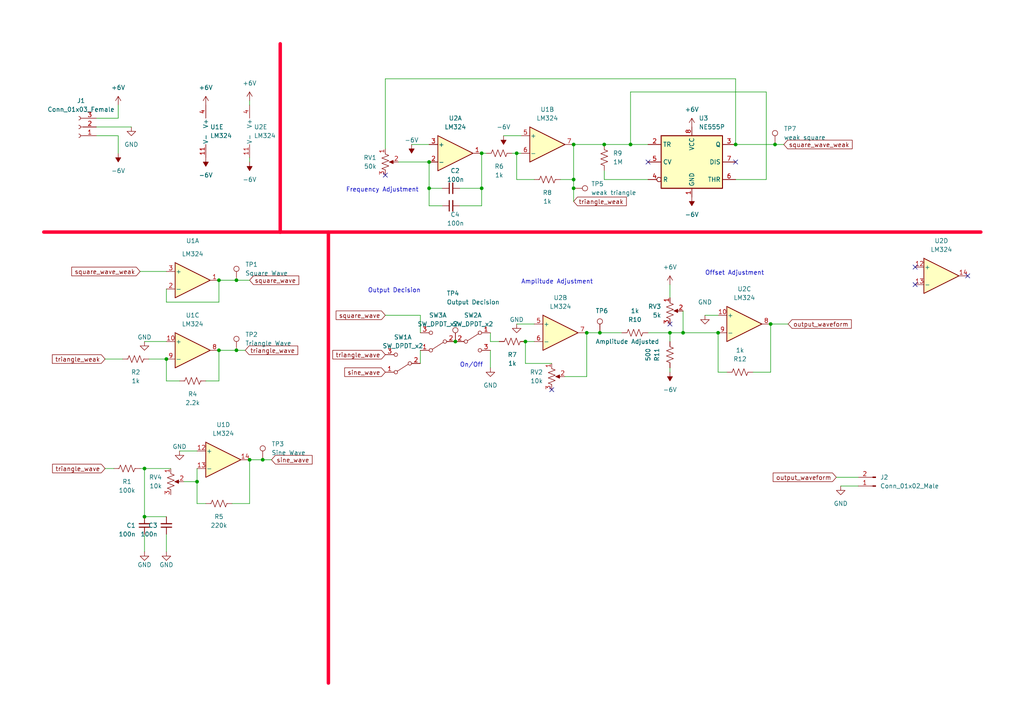
<source format=kicad_sch>
(kicad_sch (version 20211123) (generator eeschema)
  (paper "A4")
  (lib_symbols
    (symbol "Amplifier_Operational:LM324" (pin_names (offset 0.127))
      (property "Reference" "U" (at 0 5.08 0))
      (property "Value" "LM324" (at 0 -5.08 0))
      (symbol "LM324_1_1"
        (polyline (pts (xy -5.08 5.08) (xy 5.08 0) (xy -5.08 -5.08) (xy -5.08 5.08)) (stroke (width 0.254)) (fill (type background)))
        (pin output line (at 7.62 0 180) (length 2.54) (name "~") (number "1"))
        (pin input line (at -7.62 -2.54 0) (length 2.54) (name "-") (number "2"))
        (pin input line (at -7.62 2.54 0) (length 2.54) (name "+") (number "3"))
      )
      (symbol "LM324_2_1"
        (polyline (pts (xy -5.08 5.08) (xy 5.08 0) (xy -5.08 -5.08) (xy -5.08 5.08)) (stroke (width 0.254)) (fill (type background)))
        (pin input line (at -7.62 2.54 0) (length 2.54) (name "+") (number "5"))
        (pin input line (at -7.62 -2.54 0) (length 2.54) (name "-") (number "6"))
        (pin output line (at 7.62 0 180) (length 2.54) (name "~") (number "7"))
      )
      (symbol "LM324_3_1"
        (polyline (pts (xy -5.08 5.08) (xy 5.08 0) (xy -5.08 -5.08) (xy -5.08 5.08)) (stroke (width 0.254)) (fill (type background)))
        (pin input line (at -7.62 2.54 0) (length 2.54) (name "+") (number "10"))
        (pin output line (at 7.62 0 180) (length 2.54) (name "~") (number "8"))
        (pin input line (at -7.62 -2.54 0) (length 2.54) (name "-") (number "9"))
      )
      (symbol "LM324_4_1"
        (polyline (pts (xy -5.08 5.08) (xy 5.08 0) (xy -5.08 -5.08) (xy -5.08 5.08)) (stroke (width 0.254)) (fill (type background)))
        (pin input line (at -7.62 2.54 0) (length 2.54) (name "+") (number "12"))
        (pin input line (at -7.62 -2.54 0) (length 2.54) (name "-") (number "13"))
        (pin output line (at 7.62 0 180) (length 2.54) (name "~") (number "14"))
      )
      (symbol "LM324_5_1"
        (pin power_in line (at -2.54 -7.62 90) (length 3.81) (name "V-") (number "11"))
        (pin power_in line (at -2.54 7.62 270) (length 3.81) (name "V+") (number "4"))
      )
    )
    (symbol "Connector:Conn_01x02_Male" (pin_names (offset 1.016) hide)
      (property "Reference" "J" (at 0 2.54 0))
      (property "Value" "Conn_01x02_Male" (at 0 -5.08 0))
      (symbol "Conn_01x02_Male_1_1"
        (polyline (pts (xy 1.27 -2.54) (xy 0.8636 -2.54)) (stroke (width 0.1524)))
        (polyline (pts (xy 1.27 0) (xy 0.8636 0)) (stroke (width 0.1524)))
        (rectangle (start 0.8636 -2.413) (end 0 -2.667) (stroke (width 0.1524)) (fill (type outline)))
        (rectangle (start 0.8636 0.127) (end 0 -0.127) (stroke (width 0.1524)) (fill (type outline)))
        (pin passive line (at 5.08 0 180) (length 3.81) (name "Pin_1") (number "1"))
        (pin passive line (at 5.08 -2.54 180) (length 3.81) (name "Pin_2") (number "2"))
      )
    )
    (symbol "Connector:Conn_01x03_Female" (pin_names (offset 1.016) hide)
      (property "Reference" "J" (at 0 5.08 0))
      (property "Value" "Conn_01x03_Female" (at 0 -5.08 0))
      (symbol "Conn_01x03_Female_1_1"
        (arc (start 0 -2.032) (mid -0.508 -2.54) (end 0 -3.048) (stroke (width 0.1524)))
        (polyline (pts (xy -1.27 -2.54) (xy -0.508 -2.54)) (stroke (width 0.1524)))
        (polyline (pts (xy -1.27 0) (xy -0.508 0)) (stroke (width 0.1524)))
        (polyline (pts (xy -1.27 2.54) (xy -0.508 2.54)) (stroke (width 0.1524)))
        (arc (start 0 0.508) (mid -0.508 0) (end 0 -0.508) (stroke (width 0.1524)))
        (arc (start 0 3.048) (mid -0.508 2.54) (end 0 2.032) (stroke (width 0.1524)))
        (pin passive line (at -5.08 2.54 0) (length 3.81) (name "Pin_1") (number "1"))
        (pin passive line (at -5.08 0 0) (length 3.81) (name "Pin_2") (number "2"))
        (pin passive line (at -5.08 -2.54 0) (length 3.81) (name "Pin_3") (number "3"))
      )
    )
    (symbol "Connector:TestPoint" (pin_numbers hide) (pin_names (offset 0.762) hide)
      (property "Reference" "TP" (at 0 6.858 0))
      (property "Value" "TestPoint" (at 0 5.08 0))
      (symbol "TestPoint_0_1"
        (circle (center 0 3.302) (radius 0.762))
      )
      (symbol "TestPoint_1_1"
        (pin passive line (at 0 0 90) (length 2.54) (name "1") (number "1"))
      )
    )
    (symbol "Device:C_Small" (pin_numbers hide) (pin_names (offset 0.254) hide)
      (property "Reference" "C" (at 0.254 1.778 0))
      (property "Value" "C_Small" (at 0.254 -2.032 0))
      (symbol "C_Small_0_1"
        (polyline (pts (xy -1.524 -0.508) (xy 1.524 -0.508)) (stroke (width 0.3302)))
        (polyline (pts (xy -1.524 0.508) (xy 1.524 0.508)) (stroke (width 0.3048)))
      )
      (symbol "C_Small_1_1"
        (pin passive line (at 0 2.54 270) (length 2.032) (name "~") (number "1"))
        (pin passive line (at 0 -2.54 90) (length 2.032) (name "~") (number "2"))
      )
    )
    (symbol "Device:R_Potentiometer_US" (pin_names (offset 1.016) hide)
      (property "Reference" "RV" (at -4.445 0 90))
      (property "Value" "R_Potentiometer_US" (at -2.54 0 90))
      (symbol "R_Potentiometer_US_0_1"
        (polyline (pts (xy 0 -2.286) (xy 0 -2.54)))
        (polyline (pts (xy 0 2.54) (xy 0 2.286)))
        (polyline (pts (xy 2.54 0) (xy 1.524 0)))
        (polyline (pts (xy 1.143 0) (xy 2.286 0.508) (xy 2.286 -0.508) (xy 1.143 0)) (fill (type outline)))
        (polyline (pts (xy 0 -0.762) (xy 1.016 -1.143) (xy 0 -1.524) (xy -1.016 -1.905) (xy 0 -2.286)))
        (polyline (pts (xy 0 0.762) (xy 1.016 0.381) (xy 0 0) (xy -1.016 -0.381) (xy 0 -0.762)))
        (polyline (pts (xy 0 2.286) (xy 1.016 1.905) (xy 0 1.524) (xy -1.016 1.143) (xy 0 0.762)))
      )
      (symbol "R_Potentiometer_US_1_1"
        (pin passive line (at 0 3.81 270) (length 1.27) (name "1") (number "1"))
        (pin passive line (at 3.81 0 180) (length 1.27) (name "2") (number "2"))
        (pin passive line (at 0 -3.81 90) (length 1.27) (name "3") (number "3"))
      )
    )
    (symbol "Device:R_US" (pin_numbers hide) (pin_names (offset 0))
      (property "Reference" "R" (at 2.54 0 90))
      (property "Value" "R_US" (at -2.54 0 90))
      (symbol "R_US_0_1"
        (polyline (pts (xy 0 -2.286) (xy 0 -2.54)))
        (polyline (pts (xy 0 2.286) (xy 0 2.54)))
        (polyline (pts (xy 0 -0.762) (xy 1.016 -1.143) (xy 0 -1.524) (xy -1.016 -1.905) (xy 0 -2.286)))
        (polyline (pts (xy 0 0.762) (xy 1.016 0.381) (xy 0 0) (xy -1.016 -0.381) (xy 0 -0.762)))
        (polyline (pts (xy 0 2.286) (xy 1.016 1.905) (xy 0 1.524) (xy -1.016 1.143) (xy 0 0.762)))
      )
      (symbol "R_US_1_1"
        (pin passive line (at 0 3.81 270) (length 1.27) (name "~") (number "1"))
        (pin passive line (at 0 -3.81 90) (length 1.27) (name "~") (number "2"))
      )
    )
    (symbol "Switch:SW_DPDT_x2" (pin_names (offset 0) hide)
      (property "Reference" "SW" (at 0 4.318 0))
      (property "Value" "SW_DPDT_x2" (at 0 -5.08 0))
      (symbol "SW_DPDT_x2_0_0"
        (circle (center -2.032 0) (radius 0.508))
        (circle (center 2.032 -2.54) (radius 0.508))
      )
      (symbol "SW_DPDT_x2_0_1"
        (polyline (pts (xy -1.524 0.254) (xy 1.651 2.286)))
        (circle (center 2.032 2.54) (radius 0.508))
      )
      (symbol "SW_DPDT_x2_1_1"
        (pin passive line (at 5.08 2.54 180) (length 2.54) (name "A") (number "1"))
        (pin passive line (at -5.08 0 0) (length 2.54) (name "B") (number "2"))
        (pin passive line (at 5.08 -2.54 180) (length 2.54) (name "C") (number "3"))
      )
      (symbol "SW_DPDT_x2_2_1"
        (pin passive line (at 5.08 2.54 180) (length 2.54) (name "A") (number "4"))
        (pin passive line (at -5.08 0 0) (length 2.54) (name "B") (number "5"))
        (pin passive line (at 5.08 -2.54 180) (length 2.54) (name "C") (number "6"))
      )
    )
    (symbol "Timer:NE555P"
      (property "Reference" "U" (at -10.16 8.89 0))
      (property "Value" "NE555P" (at 2.54 8.89 0))
      (symbol "NE555P_0_0"
        (pin power_in line (at 0 -10.16 90) (length 2.54) (name "GND") (number "1"))
        (pin power_in line (at 0 10.16 270) (length 2.54) (name "VCC") (number "8"))
      )
      (symbol "NE555P_0_1"
        (rectangle (start -8.89 -7.62) (end 8.89 7.62) (stroke (width 0.254)) (fill (type background)))
        (rectangle (start -8.89 -7.62) (end 8.89 7.62) (stroke (width 0.254)) (fill (type background)))
      )
      (symbol "NE555P_1_1"
        (pin input line (at -12.7 5.08 0) (length 3.81) (name "TR") (number "2"))
        (pin output line (at 12.7 5.08 180) (length 3.81) (name "Q") (number "3"))
        (pin input inverted (at -12.7 -5.08 0) (length 3.81) (name "R") (number "4"))
        (pin input line (at -12.7 0 0) (length 3.81) (name "CV") (number "5"))
        (pin input line (at 12.7 -5.08 180) (length 3.81) (name "THR") (number "6"))
        (pin input line (at 12.7 0 180) (length 3.81) (name "DIS") (number "7"))
      )
    )
    (symbol "power:+6V" (power) (pin_names (offset 0))
      (property "Value" "+6V" (at 0 3.556 0))
      (symbol "+6V_0_1"
        (polyline (pts (xy -0.762 1.27) (xy 0 2.54)))
        (polyline (pts (xy 0 0) (xy 0 2.54)))
        (polyline (pts (xy 0 2.54) (xy 0.762 1.27)))
      )
      (symbol "+6V_1_1"
        (pin power_in line (at 0 0 90) (length 0) hide (name "+6V") (number "1"))
      )
    )
    (symbol "power:-6V" (power) (pin_names (offset 0))
      (property "Value" "-6V" (at 0 3.81 0))
      (symbol "-6V_0_0"
        (pin power_in line (at 0 0 90) (length 0) hide (name "-6V") (number "1"))
      )
      (symbol "-6V_0_1"
        (polyline (pts (xy 0 0) (xy 0 1.27) (xy 0.762 1.27) (xy 0 2.54) (xy -0.762 1.27) (xy 0 1.27)) (fill (type outline)))
      )
    )
    (symbol "power:GND" (power) (pin_names (offset 0))
      (property "Value" "GND" (at 0 -3.81 0))
      (symbol "GND_0_1"
        (polyline (pts (xy 0 0) (xy 0 -1.27) (xy 1.27 -1.27) (xy 0 -2.54) (xy -1.27 -1.27) (xy 0 -1.27)))
      )
      (symbol "GND_1_1"
        (pin power_in line (at 0 0 270) (length 0) hide (name "GND") (number "1"))
      )
    )
  )
  (junction (at 72.39 133.35))
  (junction (at 149.86 44.45))
  (junction (at 194.31 96.52))
  (junction (at 175.26 41.91))
  (junction (at 63.5 101.6))
  (junction (at 166.37 52.07))
  (junction (at 132.08 99.06))
  (junction (at 182.88 41.91))
  (junction (at 48.26 104.14))
  (junction (at 76.2 133.35))
  (junction (at 139.7 54.61))
  (junction (at 170.18 96.52))
  (junction (at 68.58 81.28))
  (junction (at 152.4 99.06))
  (junction (at 139.7 44.45))
  (junction (at 57.15 139.7))
  (junction (at 124.46 46.99))
  (junction (at 124.46 54.61))
  (junction (at 166.37 54.61))
  (junction (at 198.12 96.52))
  (junction (at 63.5 81.28))
  (junction (at 41.91 149.86))
  (junction (at 68.58 101.6))
  (junction (at 223.52 93.98))
  (junction (at 173.99 96.52))
  (junction (at 208.28 96.52))
  (junction (at 213.36 41.91))
  (junction (at 224.79 41.91))
  (junction (at 166.37 41.91))
  (junction (at 41.91 135.89))
  (no_connect (at 160.02 113.03))
  (no_connect (at 213.36 46.99))
  (no_connect (at 194.31 93.98))
  (no_connect (at 187.96 46.99))
  (no_connect (at 111.76 50.8))
  (no_connect (at 280.67 80.01))
  (no_connect (at 265.43 77.47))
  (no_connect (at 265.43 82.55))
  (wire (pts (xy 170.18 96.52) (xy 173.99 96.52)))
  (wire (pts (xy 30.48 104.14) (xy 35.56 104.14)))
  (wire (pts (xy 41.91 135.89) (xy 49.53 135.89)))
  (wire (pts (xy 224.79 41.91) (xy 227.33 41.91)))
  (wire (pts (xy 48.26 154.94) (xy 48.26 160.02)))
  (wire (pts (xy 57.15 135.89) (xy 57.15 139.7)))
  (wire (pts (xy 210.82 107.95) (xy 208.28 107.95)))
  (wire (pts (xy 34.29 34.29) (xy 34.29 30.48)))
  (wire (pts (xy 198.12 90.17) (xy 198.12 96.52)))
  (wire (pts (xy 175.26 52.07) (xy 187.96 52.07)))
  (wire (pts (xy 76.2 133.35) (xy 78.74 133.35)))
  (wire (pts (xy 213.36 41.91) (xy 224.79 41.91)))
  (wire (pts (xy 142.24 96.52) (xy 142.24 99.06)))
  (wire (pts (xy 121.92 101.6) (xy 121.92 105.41)))
  (wire (pts (xy 142.24 99.06) (xy 144.78 99.06)))
  (wire (pts (xy 166.37 41.91) (xy 175.26 41.91)))
  (wire (pts (xy 52.07 130.81) (xy 57.15 130.81)))
  (wire (pts (xy 204.47 91.44) (xy 208.28 91.44)))
  (wire (pts (xy 166.37 52.07) (xy 166.37 41.91)))
  (wire (pts (xy 57.15 146.05) (xy 59.69 146.05)))
  (wire (pts (xy 242.57 138.43) (xy 248.92 138.43)))
  (wire (pts (xy 194.31 106.68) (xy 194.31 107.95)))
  (wire (pts (xy 223.52 93.98) (xy 228.6 93.98)))
  (wire (pts (xy 162.56 52.07) (xy 166.37 52.07)))
  (wire (pts (xy 149.86 93.98) (xy 154.94 93.98)))
  (wire (pts (xy 182.88 26.67) (xy 182.88 41.91)))
  (wire (pts (xy 170.18 96.52) (xy 170.18 109.22)))
  (wire (pts (xy 218.44 107.95) (xy 223.52 107.95)))
  (wire (pts (xy 182.88 41.91) (xy 187.96 41.91)))
  (wire (pts (xy 194.31 82.55) (xy 194.31 86.36)))
  (wire (pts (xy 53.34 139.7) (xy 57.15 139.7)))
  (wire (pts (xy 149.86 52.07) (xy 149.86 44.45)))
  (wire (pts (xy 41.91 99.06) (xy 48.26 99.06)))
  (wire (pts (xy 194.31 96.52) (xy 194.31 99.06)))
  (wire (pts (xy 208.28 107.95) (xy 208.28 96.52)))
  (wire (pts (xy 111.76 22.86) (xy 111.76 43.18)))
  (wire (pts (xy 40.64 135.89) (xy 41.91 135.89)))
  (wire (pts (xy 128.27 54.61) (xy 124.46 54.61)))
  (wire (pts (xy 163.83 109.22) (xy 170.18 109.22)))
  (wire (pts (xy 139.7 44.45) (xy 139.7 54.61)))
  (polyline (pts (xy 81.28 12.7) (xy 81.28 67.31)) (stroke (width 1) (type solid) (color 255 0 50 1)))
  (wire (pts (xy 63.5 101.6) (xy 63.5 110.49)))
  (wire (pts (xy 139.7 54.61) (xy 139.7 59.69)))
  (wire (pts (xy 139.7 44.45) (xy 140.97 44.45)))
  (wire (pts (xy 27.94 34.29) (xy 34.29 34.29)))
  (wire (pts (xy 152.4 99.06) (xy 154.94 99.06)))
  (wire (pts (xy 128.27 59.69) (xy 124.46 59.69)))
  (wire (pts (xy 71.12 101.6) (xy 68.58 101.6)))
  (wire (pts (xy 152.4 105.41) (xy 152.4 99.06)))
  (wire (pts (xy 68.58 101.6) (xy 63.5 101.6)))
  (wire (pts (xy 27.94 39.37) (xy 34.29 39.37)))
  (wire (pts (xy 48.26 104.14) (xy 48.26 110.49)))
  (wire (pts (xy 223.52 107.95) (xy 223.52 93.98)))
  (wire (pts (xy 222.25 52.07) (xy 222.25 26.67)))
  (wire (pts (xy 41.91 149.86) (xy 48.26 149.86)))
  (wire (pts (xy 175.26 41.91) (xy 182.88 41.91)))
  (polyline (pts (xy 95.25 198.12) (xy 95.25 198.12)))
  (wire (pts (xy 43.18 104.14) (xy 48.26 104.14)))
  (wire (pts (xy 160.02 105.41) (xy 152.4 105.41)))
  (wire (pts (xy 48.26 83.82) (xy 48.26 87.63)))
  (wire (pts (xy 166.37 54.61) (xy 166.37 58.42)))
  (wire (pts (xy 41.91 135.89) (xy 41.91 149.86)))
  (wire (pts (xy 57.15 139.7) (xy 57.15 146.05)))
  (wire (pts (xy 222.25 26.67) (xy 182.88 26.67)))
  (wire (pts (xy 30.48 135.89) (xy 33.02 135.89)))
  (polyline (pts (xy 95.25 67.31) (xy 95.25 198.12)) (stroke (width 1) (type solid) (color 255 0 50 1)))
  (wire (pts (xy 121.92 96.52) (xy 121.92 91.44)))
  (wire (pts (xy 208.28 96.52) (xy 198.12 96.52)))
  (polyline (pts (xy 81.28 67.31) (xy 284.48 67.31)) (stroke (width 1) (type solid) (color 255 0 50 1)))
  (wire (pts (xy 27.94 36.83) (xy 38.1 36.83)))
  (wire (pts (xy 121.92 91.44) (xy 111.76 91.44)))
  (wire (pts (xy 124.46 54.61) (xy 124.46 59.69)))
  (wire (pts (xy 146.05 39.37) (xy 151.13 39.37)))
  (wire (pts (xy 72.39 29.21) (xy 72.39 30.48)))
  (wire (pts (xy 59.69 110.49) (xy 63.5 110.49)))
  (wire (pts (xy 187.96 96.52) (xy 194.31 96.52)))
  (wire (pts (xy 41.91 154.94) (xy 41.91 160.02)))
  (wire (pts (xy 213.36 41.91) (xy 213.36 22.86)))
  (wire (pts (xy 166.37 52.07) (xy 166.37 54.61)))
  (wire (pts (xy 111.76 22.86) (xy 213.36 22.86)))
  (wire (pts (xy 142.24 101.6) (xy 142.24 106.68)))
  (wire (pts (xy 243.84 140.97) (xy 248.92 140.97)))
  (wire (pts (xy 173.99 96.52) (xy 180.34 96.52)))
  (wire (pts (xy 72.39 133.35) (xy 76.2 133.35)))
  (polyline (pts (xy 12.7 67.31) (xy 81.28 67.31)) (stroke (width 1) (type solid) (color 255 0 50 1)))
  (wire (pts (xy 133.35 54.61) (xy 139.7 54.61)))
  (wire (pts (xy 48.26 110.49) (xy 52.07 110.49)))
  (wire (pts (xy 72.39 146.05) (xy 72.39 133.35)))
  (wire (pts (xy 154.94 52.07) (xy 149.86 52.07)))
  (wire (pts (xy 139.7 59.69) (xy 133.35 59.69)))
  (wire (pts (xy 149.86 44.45) (xy 151.13 44.45)))
  (wire (pts (xy 48.26 87.63) (xy 63.5 87.63)))
  (wire (pts (xy 34.29 39.37) (xy 34.29 44.45)))
  (wire (pts (xy 175.26 49.53) (xy 175.26 52.07)))
  (wire (pts (xy 148.59 44.45) (xy 149.86 44.45)))
  (wire (pts (xy 115.57 46.99) (xy 124.46 46.99)))
  (wire (pts (xy 63.5 81.28) (xy 63.5 87.63)))
  (wire (pts (xy 68.58 81.28) (xy 72.39 81.28)))
  (wire (pts (xy 124.46 46.99) (xy 124.46 54.61)))
  (wire (pts (xy 67.31 146.05) (xy 72.39 146.05)))
  (wire (pts (xy 63.5 81.28) (xy 68.58 81.28)))
  (wire (pts (xy 40.64 78.74) (xy 48.26 78.74)))
  (wire (pts (xy 119.38 41.91) (xy 124.46 41.91)))
  (wire (pts (xy 213.36 52.07) (xy 222.25 52.07)))
  (wire (pts (xy 72.39 46.99) (xy 72.39 45.72)))
  (wire (pts (xy 198.12 96.52) (xy 194.31 96.52)))
  (text "On/Off" (at 133.35 106.68 0) (effects (font (size 1.27 1.27)) (justify left bottom)))
  (text "Frequency Adjustment\n" (at 100.33 55.88 0) (effects (font (size 1.27 1.27)) (justify left bottom)))
  (text "Output Decision" (at 106.68 85.09 0) (effects (font (size 1.27 1.27)) (justify left bottom)))
  (text "Amplitude Adjustment" (at 151.13 82.55 0) (effects (font (size 1.27 1.27)) (justify left bottom)))
  (text "Offset Adjustment" (at 204.47 80.01 0) (effects (font (size 1.27 1.27)) (justify left bottom)))
  (global_label "triangle_wave" (shape input) (at 71.12 101.6 0) (property "Intersheet References" "${INTERSHEET_REFS}" (effects hide)))
  (global_label "square_wave" (shape input) (at 72.39 81.28 0) (property "Intersheet References" "${INTERSHEET_REFS}" (effects hide)))
  (global_label "square_wave_weak" (shape input) (at 40.64 78.74 180) (property "Intersheet References" "${INTERSHEET_REFS}" (effects hide)))
  (global_label "square_wave" (shape input) (at 111.76 91.44 180) (property "Intersheet References" "${INTERSHEET_REFS}" (effects hide)))
  (global_label "triangle_wave" (shape input) (at 30.48 135.89 180) (property "Intersheet References" "${INTERSHEET_REFS}" (effects hide)))
  (global_label "output_waveform" (shape input) (at 242.57 138.43 180) (property "Intersheet References" "${INTERSHEET_REFS}" (effects hide)))
  (global_label "square_wave_weak" (shape input) (at 227.33 41.91 0) (property "Intersheet References" "${INTERSHEET_REFS}" (effects hide)))
  (global_label "sine_wave" (shape input) (at 78.74 133.35 0) (property "Intersheet References" "${INTERSHEET_REFS}" (effects hide)))
  (global_label "sine_wave" (shape input) (at 111.76 107.95 180) (property "Intersheet References" "${INTERSHEET_REFS}" (effects hide)))
  (global_label "triangle_weak" (shape input) (at 166.37 58.42 0) (property "Intersheet References" "${INTERSHEET_REFS}" (effects hide)))
  (global_label "output_waveform" (shape input) (at 228.6 93.98 0) (property "Intersheet References" "${INTERSHEET_REFS}" (effects hide)))
  (global_label "triangle_wave" (shape input) (at 111.76 102.87 180) (property "Intersheet References" "${INTERSHEET_REFS}" (effects hide)))
  (global_label "triangle_weak" (shape input) (at 30.48 104.14 180) (property "Intersheet References" "${INTERSHEET_REFS}" (effects hide)))
  (symbol (lib_id "Device:R_US") (at 55.88 110.49 90) (unit 1)
    (property "Reference" "R4" (at 55.88 114.3 90))
    (property "Value" "2.2k" (at 55.88 116.84 90))
    (property "Footprint" "Resistor_THT:R_Axial_DIN0207_L6.3mm_D2.5mm_P7.62mm_Horizontal" (effects hide))
  )
  (symbol (lib_id "power:GND") (at 52.07 130.81 0) (unit 1)
    (property "Reference" "#PWR06" (effects hide))
    (property "Value" "GND" (at 52.07 129.54 0))
  )
  (symbol (lib_id "power:-6V") (at 119.38 41.91 180) (unit 1)
    (property "Reference" "#PWR011" (effects hide))
    (property "Value" "-6V" (at 119.38 40.64 0))
  )
  (symbol (lib_id "power:-6V") (at 34.29 44.45 180) (unit 1)
    (property "Reference" "#PWR04" (effects hide))
    (property "Value" "-6V" (at 34.29 49.53 0))
  )
  (symbol (lib_id "Connector:TestPoint") (at 224.79 41.91 0) (unit 1)
    (property "Reference" "TP7" (at 227.33 37.3379 0) (effects (justify left)))
    (property "Value" "weak square" (at 227.33 39.8779 0) (effects (justify left)))
    (property "Footprint" "TestPoint:TestPoint_Keystone_5010-5014_Multipurpose" (effects hide))
  )
  (symbol (lib_id "Connector:TestPoint") (at 68.58 101.6 0) (unit 1)
    (property "Reference" "TP2" (at 71.12 97.0279 0) (effects (justify left)))
    (property "Value" "Triangle Wave" (at 71.12 99.5679 0) (effects (justify left)))
    (property "Footprint" "TestPoint:TestPoint_Keystone_5010-5014_Multipurpose" (effects hide))
  )
  (symbol (lib_id "power:GND") (at 41.91 99.06 0) (unit 1)
    (property "Reference" "#PWR01" (effects hide))
    (property "Value" "GND" (at 41.91 97.79 0))
  )
  (symbol (lib_id "Device:R_US") (at 194.31 102.87 0) (unit 1)
    (property "Reference" "R11" (at 190.5 102.87 90))
    (property "Value" "500" (at 187.96 102.87 90))
    (property "Footprint" "Resistor_THT:R_Axial_DIN0207_L6.3mm_D2.5mm_P7.62mm_Horizontal" (effects hide))
  )
  (symbol (lib_id "Amplifier_Operational:LM324") (at 74.93 38.1 0) (unit 5)
    (property "Reference" "U2" (at 73.66 36.8299 0) (effects (justify left)))
    (property "Value" "LM324" (at 73.66 39.3699 0) (effects (justify left)))
    (property "Footprint" "Package_DIP:DIP-14_W7.62mm_Socket_LongPads" (effects hide))
    (property "Datasheet" "http://www.ti.com/lit/ds/symlink/lm2902-n.pdf" (effects hide))
  )
  (symbol (lib_id "power:GND") (at 142.24 106.68 0) (unit 1)
    (property "Reference" "#PWR0102" (effects hide))
    (property "Value" "GND" (at 142.24 111.76 0))
  )
  (symbol (lib_id "Device:R_Potentiometer_US") (at 194.31 90.17 0) (unit 1)
    (property "Reference" "RV3" (at 191.77 88.8999 0) (effects (justify right)))
    (property "Value" "5k" (at 191.77 91.4399 0) (effects (justify right)))
    (property "Footprint" "Potentiometer_THT:Potentiometer_Bourns_3386P_Vertical" (effects hide))
  )
  (symbol (lib_id "power:-6V") (at 72.39 46.99 180) (unit 1)
    (property "Reference" "#PWR010" (effects hide))
    (property "Value" "-6V" (at 72.39 52.07 0))
  )
  (symbol (lib_id "Device:R_US") (at 214.63 107.95 270) (unit 1)
    (property "Reference" "R12" (at 214.63 104.14 90))
    (property "Value" "1k" (at 214.63 101.6 90))
    (property "Footprint" "Resistor_THT:R_Axial_DIN0207_L6.3mm_D2.5mm_P7.62mm_Horizontal" (effects hide))
  )
  (symbol (lib_id "Connector:Conn_01x03_Female") (at 22.86 36.83 180) (unit 1)
    (property "Reference" "J1" (at 23.495 29.21 0))
    (property "Value" "Conn_01x03_Female" (at 23.495 31.75 0))
    (property "Footprint" "Connector_PinHeader_2.54mm:PinHeader_1x03_P2.54mm_Vertical" (effects hide))
  )
  (symbol (lib_id "power:GND") (at 149.86 93.98 0) (unit 1)
    (property "Reference" "#PWR013" (effects hide))
    (property "Value" "GND" (at 149.86 92.71 0))
  )
  (symbol (lib_id "Switch:SW_DPDT_x2") (at 137.16 99.06 0) (unit 1)
    (property "Reference" "SW2" (at 137.16 91.44 0))
    (property "Value" "SW_DPDT_x2" (at 137.16 93.98 0))
    (property "Footprint" "Connector_PinSocket_2.54mm:PinSocket_1x03_P2.54mm_Vertical" (effects hide))
  )
  (symbol (lib_id "power:-6V") (at 200.66 57.15 180) (unit 1)
    (property "Reference" "#PWR017" (effects hide))
    (property "Value" "-6V" (at 200.66 62.23 0))
  )
  (symbol (lib_id "Device:R_Potentiometer_US") (at 160.02 109.22 0) (unit 1)
    (property "Reference" "RV2" (at 157.48 107.9499 0) (effects (justify right)))
    (property "Value" "10k" (at 157.48 110.4899 0) (effects (justify right)))
    (property "Footprint" "Potentiometer_THT:Potentiometer_Bourns_3386P_Vertical" (effects hide))
  )
  (symbol (lib_id "Amplifier_Operational:LM324") (at 273.05 80.01 0) (unit 4)
    (property "Reference" "U2" (at 273.05 69.85 0))
    (property "Value" "LM324" (at 273.05 72.39 0))
    (property "Footprint" "Package_DIP:DIP-14_W7.62mm_Socket_LongPads" (effects hide))
    (property "Datasheet" "http://www.ti.com/lit/ds/symlink/lm2902-n.pdf" (effects hide))
  )
  (symbol (lib_id "power:+6V") (at 34.29 30.48 0) (unit 1)
    (property "Reference" "#PWR02" (effects hide))
    (property "Value" "+6V" (at 34.29 25.4 0))
  )
  (symbol (lib_id "power:GND") (at 243.84 140.97 0) (unit 1)
    (property "Reference" "#PWR019" (effects hide))
    (property "Value" "GND" (at 243.84 146.05 0))
  )
  (symbol (lib_id "Device:R_US") (at 36.83 135.89 90) (unit 1)
    (property "Reference" "R1" (at 36.83 139.7 90))
    (property "Value" "100k" (at 36.83 142.24 90))
    (property "Footprint" "Resistor_THT:R_Axial_DIN0207_L6.3mm_D2.5mm_P7.62mm_Horizontal" (effects hide))
  )
  (symbol (lib_id "power:-6V") (at 194.31 107.95 180) (unit 1)
    (property "Reference" "#PWR015" (effects hide))
    (property "Value" "-6V" (at 194.31 113.03 0))
  )
  (symbol (lib_id "Device:R_US") (at 158.75 52.07 90) (unit 1)
    (property "Reference" "R8" (at 158.75 55.88 90))
    (property "Value" "1k" (at 158.75 58.42 90))
    (property "Footprint" "Resistor_THT:R_Axial_DIN0207_L6.3mm_D2.5mm_P7.62mm_Horizontal" (effects hide))
  )
  (symbol (lib_id "power:+6V") (at 194.31 82.55 0) (unit 1)
    (property "Reference" "#PWR014" (effects hide))
    (property "Value" "+6V" (at 194.31 77.47 0))
  )
  (symbol (lib_id "Device:R_US") (at 148.59 99.06 90) (unit 1)
    (property "Reference" "R7" (at 148.59 102.87 90))
    (property "Value" "1k" (at 148.59 105.41 90))
    (property "Footprint" "Resistor_THT:R_Axial_DIN0207_L6.3mm_D2.5mm_P7.62mm_Horizontal" (effects hide))
  )
  (symbol (lib_id "Device:R_US") (at 63.5 146.05 90) (unit 1)
    (property "Reference" "R5" (at 63.5 149.86 90))
    (property "Value" "220k" (at 63.5 152.4 90))
    (property "Footprint" "Resistor_THT:R_Axial_DIN0207_L6.3mm_D2.5mm_P7.62mm_Horizontal" (effects hide))
  )
  (symbol (lib_id "power:+6V") (at 200.66 36.83 0) (unit 1)
    (property "Reference" "#PWR016" (effects hide))
    (property "Value" "+6V" (at 200.66 31.75 0))
  )
  (symbol (lib_id "Device:R_Potentiometer_US") (at 111.76 46.99 0) (unit 1)
    (property "Reference" "RV1" (at 109.22 45.7199 0) (effects (justify right)))
    (property "Value" "50k" (at 109.22 48.2599 0) (effects (justify right)))
    (property "Footprint" "Potentiometer_THT:Potentiometer_Bourns_3386P_Vertical" (effects hide))
  )
  (symbol (lib_id "power:-6V") (at 146.05 39.37 180) (unit 1)
    (property "Reference" "#PWR012" (effects hide))
    (property "Value" "-6V" (at 146.05 36.83 0))
  )
  (symbol (lib_id "Amplifier_Operational:LM324") (at 215.9 93.98 0) (unit 3)
    (property "Reference" "U2" (at 215.9 83.82 0))
    (property "Value" "LM324" (at 215.9 86.36 0))
    (property "Footprint" "Package_DIP:DIP-14_W7.62mm_Socket_LongPads" (effects hide))
    (property "Datasheet" "http://www.ti.com/lit/ds/symlink/lm2902-n.pdf" (effects hide))
  )
  (symbol (lib_id "Device:R_US") (at 144.78 44.45 90) (unit 1)
    (property "Reference" "R6" (at 144.78 48.26 90))
    (property "Value" "1k" (at 144.78 50.8 90))
    (property "Footprint" "Resistor_THT:R_Axial_DIN0207_L6.3mm_D2.5mm_P7.62mm_Horizontal" (effects hide))
  )
  (symbol (lib_id "power:GND") (at 38.1 36.83 0) (unit 1)
    (property "Reference" "#PWR03" (effects hide))
    (property "Value" "GND" (at 38.1 41.91 0))
  )
  (symbol (lib_id "Amplifier_Operational:LM324") (at 55.88 101.6 0) (unit 3)
    (property "Reference" "U1" (at 55.88 91.44 0))
    (property "Value" "LM324" (at 55.88 93.98 0))
    (property "Footprint" "Package_DIP:DIP-14_W7.62mm_Socket_LongPads" (effects hide))
    (property "Datasheet" "http://www.ti.com/lit/ds/symlink/lm2902-n.pdf" (effects hide))
  )
  (symbol (lib_id "Device:C_Small") (at 48.26 152.4 180) (unit 1)
    (property "Reference" "C3" (at 45.72 152.4 0) (effects (justify left)))
    (property "Value" "100n" (at 45.72 154.94 0) (effects (justify left)))
    (property "Footprint" "Capacitor_THT:C_Rect_L7.0mm_W3.5mm_P5.00mm" (effects hide))
  )
  (symbol (lib_id "power:GND") (at 204.47 91.44 0) (unit 1)
    (property "Reference" "#PWR018" (effects hide))
    (property "Value" "GND" (at 204.47 87.63 0))
  )
  (symbol (lib_id "Device:C_Small") (at 130.81 54.61 90) (unit 1)
    (property "Reference" "C2" (at 133.35 49.53 90) (effects (justify left)))
    (property "Value" "100n" (at 134.62 52.07 90) (effects (justify left)))
    (property "Footprint" "Capacitor_THT:C_Rect_L7.0mm_W3.5mm_P5.00mm" (effects hide))
  )
  (symbol (lib_id "Timer:NE555P") (at 200.66 46.99 0) (unit 1)
    (property "Reference" "U3" (at 202.6794 34.29 0) (effects (justify left)))
    (property "Value" "NE555P" (at 202.6794 36.83 0) (effects (justify left)))
    (property "Footprint" "Package_DIP:DIP-8_W7.62mm" (effects hide))
    (property "Datasheet" "http://www.ti.com/lit/ds/symlink/ne555.pdf" (effects hide))
  )
  (symbol (lib_id "Device:C_Small") (at 41.91 152.4 180) (unit 1)
    (property "Reference" "C1" (at 39.37 152.4 0) (effects (justify left)))
    (property "Value" "100n" (at 39.37 154.94 0) (effects (justify left)))
    (property "Footprint" "Capacitor_THT:C_Rect_L7.0mm_W3.5mm_P5.00mm" (effects hide))
  )
  (symbol (lib_id "Connector:TestPoint") (at 173.99 96.52 0) (unit 1)
    (property "Reference" "TP6" (at 172.72 90.17 0) (effects (justify left)))
    (property "Value" "Amplitude Adjusted" (at 172.72 99.06 0) (effects (justify left)))
    (property "Footprint" "TestPoint:TestPoint_Keystone_5010-5014_Multipurpose" (effects hide))
  )
  (symbol (lib_id "Amplifier_Operational:LM324") (at 55.88 81.28 0) (unit 1)
    (property "Reference" "U1" (at 55.88 69.85 0))
    (property "Value" "LM324" (at 55.88 73.66 0))
    (property "Footprint" "Package_DIP:DIP-14_W7.62mm_Socket_LongPads" (effects hide))
    (property "Datasheet" "http://www.ti.com/lit/ds/symlink/lm2902-n.pdf" (effects hide))
  )
  (symbol (lib_id "Amplifier_Operational:LM324") (at 162.56 96.52 0) (unit 2)
    (property "Reference" "U2" (at 162.56 86.36 0))
    (property "Value" "LM324" (at 162.56 88.9 0))
    (property "Footprint" "Package_DIP:DIP-14_W7.62mm_Socket_LongPads" (effects hide))
    (property "Datasheet" "http://www.ti.com/lit/ds/symlink/lm2902-n.pdf" (effects hide))
  )
  (symbol (lib_id "Device:C_Small") (at 130.81 59.69 90) (unit 1)
    (property "Reference" "C4" (at 133.35 62.23 90) (effects (justify left)))
    (property "Value" "100n" (at 134.62 64.77 90) (effects (justify left)))
    (property "Footprint" "Capacitor_THT:C_Rect_L7.0mm_W3.5mm_P5.00mm" (effects hide))
  )
  (symbol (lib_id "Amplifier_Operational:LM324") (at 64.77 133.35 0) (unit 4)
    (property "Reference" "U1" (at 64.77 123.19 0))
    (property "Value" "LM324" (at 64.77 125.73 0))
    (property "Footprint" "Package_DIP:DIP-14_W7.62mm_Socket_LongPads" (effects hide))
    (property "Datasheet" "http://www.ti.com/lit/ds/symlink/lm2902-n.pdf" (effects hide))
  )
  (symbol (lib_id "Device:R_US") (at 184.15 96.52 270) (unit 1)
    (property "Reference" "R10" (at 184.15 92.71 90))
    (property "Value" "1k" (at 184.15 90.17 90))
    (property "Footprint" "Resistor_THT:R_Axial_DIN0207_L6.3mm_D2.5mm_P7.62mm_Horizontal" (effects hide))
  )
  (symbol (lib_id "Switch:SW_DPDT_x2") (at 116.84 105.41 180) (unit 1)
    (property "Reference" "SW1" (at 116.84 97.79 0))
    (property "Value" "SW_DPDT_x2" (at 116.84 100.33 0))
    (property "Footprint" "Connector_PinSocket_2.54mm:PinSocket_1x03_P2.54mm_Vertical" (effects hide))
  )
  (symbol (lib_id "Device:R_Potentiometer_US") (at 49.53 139.7 0) (unit 1)
    (property "Reference" "RV4" (at 46.99 138.4299 0) (effects (justify right)))
    (property "Value" "10k" (at 46.99 140.9699 0) (effects (justify right)))
    (property "Footprint" "Potentiometer_THT:Potentiometer_Bourns_3386P_Vertical" (effects hide))
  )
  (symbol (lib_id "Connector:Conn_01x02_Male") (at 254 140.97 180) (unit 1)
    (property "Reference" "J2" (at 255.27 138.4299 0) (effects (justify right)))
    (property "Value" "Conn_01x02_Male" (at 255.27 140.9699 0) (effects (justify right)))
    (property "Footprint" "Connector_PinHeader_2.54mm:PinHeader_1x02_P2.54mm_Vertical" (effects hide))
  )
  (symbol (lib_id "Device:R_US") (at 39.37 104.14 90) (unit 1)
    (property "Reference" "R2" (at 39.37 107.95 90))
    (property "Value" "1k" (at 39.37 110.49 90))
    (property "Footprint" "Resistor_THT:R_Axial_DIN0207_L6.3mm_D2.5mm_P7.62mm_Horizontal" (effects hide))
  )
  (symbol (lib_id "Connector:TestPoint") (at 68.58 81.28 0) (unit 1)
    (property "Reference" "TP1" (at 71.12 76.7079 0) (effects (justify left)))
    (property "Value" "Square Wave" (at 71.12 79.2479 0) (effects (justify left)))
    (property "Footprint" "TestPoint:TestPoint_Keystone_5010-5014_Multipurpose" (effects hide))
  )
  (symbol (lib_id "Amplifier_Operational:LM324") (at 158.75 41.91 0) (unit 2)
    (property "Reference" "U1" (at 158.75 31.75 0))
    (property "Value" "LM324" (at 158.75 34.29 0))
    (property "Footprint" "Package_DIP:DIP-14_W7.62mm_Socket_LongPads" (effects hide))
    (property "Datasheet" "http://www.ti.com/lit/ds/symlink/lm2902-n.pdf" (effects hide))
  )
  (symbol (lib_id "power:+6V") (at 59.69 30.48 0) (unit 1)
    (property "Reference" "#PWR07" (effects hide))
    (property "Value" "+6V" (at 59.69 25.4 0))
  )
  (symbol (lib_id "Connector:TestPoint") (at 166.37 54.61 270) (unit 1)
    (property "Reference" "TP5" (at 171.45 53.3399 90) (effects (justify left)))
    (property "Value" "weak triangle" (at 171.45 55.8799 90) (effects (justify left)))
    (property "Footprint" "TestPoint:TestPoint_Keystone_5010-5014_Multipurpose" (effects hide))
  )
  (symbol (lib_id "power:-6V") (at 59.69 45.72 180) (unit 1)
    (property "Reference" "#PWR08" (effects hide))
    (property "Value" "-6V" (at 59.69 50.8 0))
  )
  (symbol (lib_id "Connector:TestPoint") (at 132.08 99.06 0) (unit 1)
    (property "Reference" "TP4" (at 129.54 85.09 0) (effects (justify left)))
    (property "Value" "Output Decision" (at 129.54 87.63 0) (effects (justify left)))
    (property "Footprint" "TestPoint:TestPoint_Keystone_5010-5014_Multipurpose" (effects hide))
  )
  (symbol (lib_id "Device:R_US") (at 175.26 45.72 0) (unit 1)
    (property "Reference" "R9" (at 177.8 44.4499 0) (effects (justify left)))
    (property "Value" "1M" (at 177.8 46.9899 0) (effects (justify left)))
    (property "Footprint" "Resistor_THT:R_Axial_DIN0207_L6.3mm_D2.5mm_P7.62mm_Horizontal" (effects hide))
  )
  (symbol (lib_id "power:GND") (at 48.26 160.02 0) (unit 1)
    (property "Reference" "#PWR0101" (effects hide))
    (property "Value" "GND" (at 48.26 163.83 0))
  )
  (symbol (lib_id "Amplifier_Operational:LM324") (at 132.08 44.45 0) (unit 1)
    (property "Reference" "U2" (at 132.08 34.29 0))
    (property "Value" "LM324" (at 132.08 36.83 0))
    (property "Footprint" "Package_DIP:DIP-14_W7.62mm_Socket_LongPads" (effects hide))
    (property "Datasheet" "http://www.ti.com/lit/ds/symlink/lm2902-n.pdf" (effects hide))
  )
  (symbol (lib_id "power:GND") (at 41.91 160.02 0) (unit 1)
    (property "Reference" "#PWR05" (effects hide))
    (property "Value" "GND" (at 41.91 163.83 0))
  )
  (symbol (lib_id "Switch:SW_DPDT_x2") (at 127 99.06 180) (unit 1)
    (property "Reference" "SW3" (at 127 91.44 0))
    (property "Value" "SW_DPDT_x2" (at 127 93.98 0))
    (property "Footprint" "Connector_PinSocket_2.54mm:PinSocket_1x03_P2.54mm_Vertical" (effects hide))
  )
  (symbol (lib_id "power:+6V") (at 72.39 29.21 0) (unit 1)
    (property "Reference" "#PWR09" (effects hide))
    (property "Value" "+6V" (at 72.39 24.13 0))
  )
  (symbol (lib_id "Amplifier_Operational:LM324") (at 62.23 38.1 0) (unit 5)
    (property "Reference" "U1" (at 60.96 36.8299 0) (effects (justify left)))
    (property "Value" "LM324" (at 60.96 39.3699 0) (effects (justify left)))
    (property "Footprint" "Package_DIP:DIP-14_W7.62mm_Socket_LongPads" (effects hide))
    (property "Datasheet" "http://www.ti.com/lit/ds/symlink/lm2902-n.pdf" (effects hide))
  )
  (symbol (lib_id "Connector:TestPoint") (at 76.2 133.35 0) (unit 1)
    (property "Reference" "TP3" (at 78.74 128.7779 0) (effects (justify left)))
    (property "Value" "Sine Wave" (at 78.74 131.3179 0) (effects (justify left)))
    (property "Footprint" "TestPoint:TestPoint_Keystone_5010-5014_Multipurpose" (effects hide))
  )
)
</source>
